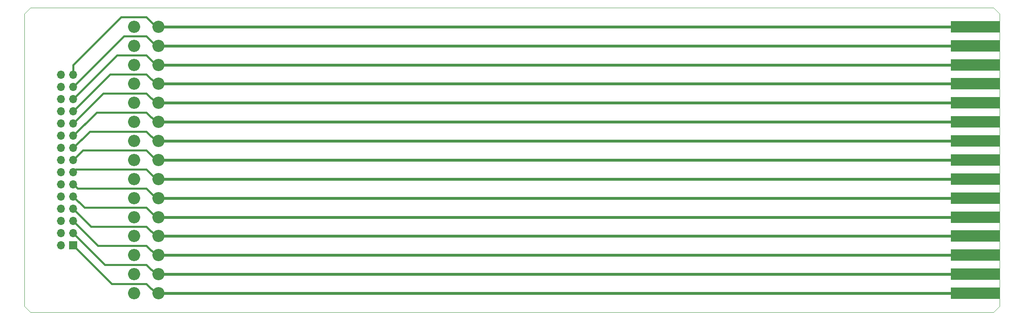
<source format=gbr>
%TF.GenerationSoftware,KiCad,Pcbnew,(5.1.9)-1*%
%TF.CreationDate,2021-03-18T23:59:30+01:00*%
%TF.ProjectId,extensioncard,65787465-6e73-4696-9f6e-636172642e6b,rev?*%
%TF.SameCoordinates,Original*%
%TF.FileFunction,Copper,L2,Bot*%
%TF.FilePolarity,Positive*%
%FSLAX46Y46*%
G04 Gerber Fmt 4.6, Leading zero omitted, Abs format (unit mm)*
G04 Created by KiCad (PCBNEW (5.1.9)-1) date 2021-03-18 23:59:30*
%MOMM*%
%LPD*%
G01*
G04 APERTURE LIST*
%TA.AperFunction,Profile*%
%ADD10C,0.050000*%
%TD*%
%TA.AperFunction,ConnectorPad*%
%ADD11R,10.160000X2.381250*%
%TD*%
%TA.AperFunction,ComponentPad*%
%ADD12O,2.540000X2.540000*%
%TD*%
%TA.AperFunction,ComponentPad*%
%ADD13O,1.700000X1.700000*%
%TD*%
%TA.AperFunction,ComponentPad*%
%ADD14R,1.700000X1.700000*%
%TD*%
%TA.AperFunction,Conductor*%
%ADD15C,0.609600*%
%TD*%
%TA.AperFunction,Conductor*%
%ADD16C,0.406400*%
%TD*%
G04 APERTURE END LIST*
D10*
X241300000Y-71120000D02*
X241300000Y-132080000D01*
X240030000Y-69850000D02*
X241300000Y-71120000D01*
X39370000Y-69850000D02*
X240030000Y-69850000D01*
X38100000Y-71120000D02*
X39370000Y-69850000D01*
X38100000Y-132080000D02*
X38100000Y-71120000D01*
X39370000Y-133350000D02*
X38100000Y-132080000D01*
X240030000Y-133350000D02*
X39370000Y-133350000D01*
X241300000Y-132080000D02*
X240030000Y-133350000D01*
D11*
%TO.P,J1,13*%
%TO.N,/PIN13*%
X236220000Y-121443750D03*
%TO.P,J1,12*%
%TO.N,/PIN12*%
X236220000Y-117475000D03*
%TO.P,J1,11*%
%TO.N,/PIN11*%
X236220000Y-113506250D03*
%TO.P,J1,10*%
%TO.N,/PIN10*%
X236220000Y-109537500D03*
%TO.P,J1,9*%
%TO.N,/PIN9*%
X236220000Y-105568750D03*
%TO.P,J1,8*%
%TO.N,/PIN8*%
X236220000Y-101600000D03*
%TO.P,J1,7*%
%TO.N,/PIN7*%
X236220000Y-97631250D03*
%TO.P,J1,6*%
%TO.N,/PIN6*%
X236220000Y-93662500D03*
%TO.P,J1,5*%
%TO.N,/PIN5*%
X236220000Y-89693750D03*
%TO.P,J1,4*%
%TO.N,/PIN4*%
X236220000Y-85725000D03*
%TO.P,J1,3*%
%TO.N,/PIN3*%
X236220000Y-81756250D03*
%TO.P,J1,2*%
%TO.N,/PIN2*%
X236220000Y-77787500D03*
%TO.P,J1,1*%
%TO.N,/PIN1*%
X236220000Y-73818750D03*
%TO.P,J1,14*%
%TO.N,/PIN14*%
X236220000Y-125412500D03*
%TO.P,J1,15*%
%TO.N,/PIN15*%
X236220000Y-129381250D03*
%TD*%
D12*
%TO.P,J2,S*%
%TO.N,/PINS*%
X60960000Y-129381250D03*
%TO.P,J2,R*%
%TO.N,/PINR*%
X60960000Y-125412500D03*
%TO.P,J2,P*%
%TO.N,/PINP*%
X60960000Y-121443750D03*
%TO.P,J2,N*%
%TO.N,/PINN*%
X60960000Y-117475000D03*
%TO.P,J2,M*%
%TO.N,/PINM*%
X60960000Y-113506250D03*
%TO.P,J2,L*%
%TO.N,/PINL*%
X60960000Y-109537500D03*
%TO.P,J2,K*%
%TO.N,/PINK*%
X60960000Y-105568750D03*
%TO.P,J2,J*%
%TO.N,/PINJ*%
X60960000Y-101600000D03*
%TO.P,J2,H*%
%TO.N,/PINH*%
X60960000Y-97631250D03*
%TO.P,J2,F*%
%TO.N,/PINF*%
X60960000Y-93662500D03*
%TO.P,J2,E*%
%TO.N,/PINE*%
X60960000Y-89693750D03*
%TO.P,J2,D*%
%TO.N,/PIND*%
X60960000Y-85725000D03*
%TO.P,J2,C*%
%TO.N,/PINC*%
X60960000Y-81756250D03*
%TO.P,J2,B*%
%TO.N,/PINB*%
X60960000Y-77787500D03*
%TO.P,J2,A*%
%TO.N,/PINA*%
X60960000Y-73818750D03*
%TO.P,J2,15*%
%TO.N,/PIN15*%
X66040000Y-129381250D03*
%TO.P,J2,14*%
%TO.N,/PIN14*%
X66040000Y-125412500D03*
%TO.P,J2,13*%
%TO.N,/PIN13*%
X66040000Y-121443750D03*
%TO.P,J2,12*%
%TO.N,/PIN12*%
X66040000Y-117475000D03*
%TO.P,J2,11*%
%TO.N,/PIN11*%
X66040000Y-113506250D03*
%TO.P,J2,10*%
%TO.N,/PIN10*%
X66040000Y-109537500D03*
%TO.P,J2,9*%
%TO.N,/PIN9*%
X66040000Y-105568750D03*
%TO.P,J2,8*%
%TO.N,/PIN8*%
X66040000Y-101600000D03*
%TO.P,J2,7*%
%TO.N,/PIN7*%
X66040000Y-97631250D03*
%TO.P,J2,6*%
%TO.N,/PIN6*%
X66040000Y-93662500D03*
%TO.P,J2,5*%
%TO.N,/PIN5*%
X66040000Y-89693750D03*
%TO.P,J2,4*%
%TO.N,/PIN4*%
X66040000Y-85725000D03*
%TO.P,J2,3*%
%TO.N,/PIN3*%
X66040000Y-81756250D03*
%TO.P,J2,2*%
%TO.N,/PIN2*%
X66040000Y-77787500D03*
%TO.P,J2,1*%
%TO.N,/PIN1*%
X66040000Y-73818750D03*
%TD*%
D13*
%TO.P,J3,30*%
%TO.N,/PINA*%
X45720000Y-83820000D03*
%TO.P,J3,29*%
%TO.N,/PIN1*%
X48260000Y-83820000D03*
%TO.P,J3,28*%
%TO.N,/PINB*%
X45720000Y-86360000D03*
%TO.P,J3,27*%
%TO.N,/PIN2*%
X48260000Y-86360000D03*
%TO.P,J3,26*%
%TO.N,/PINC*%
X45720000Y-88900000D03*
%TO.P,J3,25*%
%TO.N,/PIN3*%
X48260000Y-88900000D03*
%TO.P,J3,24*%
%TO.N,/PIND*%
X45720000Y-91440000D03*
%TO.P,J3,23*%
%TO.N,/PIN4*%
X48260000Y-91440000D03*
%TO.P,J3,22*%
%TO.N,/PINE*%
X45720000Y-93980000D03*
%TO.P,J3,21*%
%TO.N,/PIN5*%
X48260000Y-93980000D03*
%TO.P,J3,20*%
%TO.N,/PINF*%
X45720000Y-96520000D03*
%TO.P,J3,19*%
%TO.N,/PIN6*%
X48260000Y-96520000D03*
%TO.P,J3,18*%
%TO.N,/PINH*%
X45720000Y-99060000D03*
%TO.P,J3,17*%
%TO.N,/PIN7*%
X48260000Y-99060000D03*
%TO.P,J3,16*%
%TO.N,/PINJ*%
X45720000Y-101600000D03*
%TO.P,J3,15*%
%TO.N,/PIN8*%
X48260000Y-101600000D03*
%TO.P,J3,14*%
%TO.N,/PINK*%
X45720000Y-104140000D03*
%TO.P,J3,13*%
%TO.N,/PIN9*%
X48260000Y-104140000D03*
%TO.P,J3,12*%
%TO.N,/PINL*%
X45720000Y-106680000D03*
%TO.P,J3,11*%
%TO.N,/PIN10*%
X48260000Y-106680000D03*
%TO.P,J3,10*%
%TO.N,/PINM*%
X45720000Y-109220000D03*
%TO.P,J3,9*%
%TO.N,/PIN11*%
X48260000Y-109220000D03*
%TO.P,J3,8*%
%TO.N,/PINN*%
X45720000Y-111760000D03*
%TO.P,J3,7*%
%TO.N,/PIN12*%
X48260000Y-111760000D03*
%TO.P,J3,6*%
%TO.N,/PINP*%
X45720000Y-114300000D03*
%TO.P,J3,5*%
%TO.N,/PIN13*%
X48260000Y-114300000D03*
%TO.P,J3,4*%
%TO.N,/PINR*%
X45720000Y-116840000D03*
%TO.P,J3,3*%
%TO.N,/PIN14*%
X48260000Y-116840000D03*
%TO.P,J3,2*%
%TO.N,/PINS*%
X45720000Y-119380000D03*
D14*
%TO.P,J3,1*%
%TO.N,/PIN15*%
X48260000Y-119380000D03*
%TD*%
D15*
%TO.N,/PIN15*%
X66040000Y-129381250D02*
X236220000Y-129381250D01*
D16*
X66040000Y-129381250D02*
X65484375Y-129381250D01*
X56276875Y-127396875D02*
X48260000Y-119380000D01*
X63500000Y-127396875D02*
X56276875Y-127396875D01*
X65484375Y-129381250D02*
X63500000Y-127396875D01*
D15*
%TO.N,/PIN14*%
X66040000Y-125412500D02*
X236220000Y-125412500D01*
D16*
X66040000Y-125412500D02*
X65484375Y-125412500D01*
X65484375Y-125412500D02*
X63500000Y-123428125D01*
X54848125Y-123428125D02*
X48260000Y-116840000D01*
X63500000Y-123428125D02*
X54848125Y-123428125D01*
D15*
%TO.N,/PIN1*%
X66040000Y-73818750D02*
X236220000Y-73818750D01*
D16*
X66040000Y-73818750D02*
X65484375Y-73818750D01*
X65484375Y-73818750D02*
X63500000Y-71834375D01*
X63500000Y-71834375D02*
X58181875Y-71834375D01*
X48260000Y-81756250D02*
X48260000Y-83820000D01*
X58181875Y-71834375D02*
X48260000Y-81756250D01*
D15*
%TO.N,/PIN2*%
X66040000Y-77787500D02*
X236220000Y-77787500D01*
D16*
X66040000Y-77787500D02*
X65484375Y-77787500D01*
X65484375Y-77787500D02*
X63500000Y-75803125D01*
X58816875Y-75803125D02*
X48260000Y-86360000D01*
X63500000Y-75803125D02*
X58816875Y-75803125D01*
D15*
%TO.N,/PIN3*%
X66040000Y-81756250D02*
X236220000Y-81756250D01*
D16*
X66040000Y-81756250D02*
X65484375Y-81756250D01*
X65484375Y-81756250D02*
X63500000Y-79771875D01*
X57388125Y-79771875D02*
X48260000Y-88900000D01*
X63500000Y-79771875D02*
X57388125Y-79771875D01*
D15*
%TO.N,/PIN4*%
X66040000Y-85725000D02*
X236220000Y-85725000D01*
D16*
X66040000Y-85725000D02*
X65484375Y-85725000D01*
X65484375Y-85725000D02*
X63500000Y-83740625D01*
X55959375Y-83740625D02*
X48260000Y-91440000D01*
X63500000Y-83740625D02*
X55959375Y-83740625D01*
D15*
%TO.N,/PIN5*%
X66040000Y-89693750D02*
X236220000Y-89693750D01*
D16*
X66040000Y-89693750D02*
X65484375Y-89693750D01*
X65484375Y-89693750D02*
X63500000Y-87709375D01*
X54530625Y-87709375D02*
X48260000Y-93980000D01*
X63500000Y-87709375D02*
X54530625Y-87709375D01*
D15*
%TO.N,/PIN6*%
X66040000Y-93662500D02*
X236220000Y-93662500D01*
D16*
X66040000Y-93662500D02*
X65484375Y-93662500D01*
X65484375Y-93662500D02*
X63500000Y-91678125D01*
X53101875Y-91678125D02*
X48260000Y-96520000D01*
X63500000Y-91678125D02*
X53101875Y-91678125D01*
D15*
%TO.N,/PIN7*%
X66040000Y-97631250D02*
X236220000Y-97631250D01*
D16*
X66040000Y-97631250D02*
X65484375Y-97631250D01*
X65484375Y-97631250D02*
X63500000Y-95646875D01*
X51673125Y-95646875D02*
X48260000Y-99060000D01*
X63500000Y-95646875D02*
X51673125Y-95646875D01*
D15*
%TO.N,/PIN8*%
X66040000Y-101600000D02*
X236220000Y-101600000D01*
D16*
X66040000Y-101600000D02*
X65484375Y-101600000D01*
X65484375Y-101600000D02*
X63500000Y-99615625D01*
X50244375Y-99615625D02*
X48260000Y-101600000D01*
X63500000Y-99615625D02*
X50244375Y-99615625D01*
D15*
%TO.N,/PIN9*%
X66040000Y-105568750D02*
X236220000Y-105568750D01*
D16*
X66040000Y-105568750D02*
X65484375Y-105568750D01*
X65484375Y-105568750D02*
X63500000Y-103584375D01*
X48815625Y-103584375D02*
X48260000Y-104140000D01*
X63500000Y-103584375D02*
X48815625Y-103584375D01*
D15*
%TO.N,/PIN10*%
X66040000Y-109537500D02*
X236220000Y-109537500D01*
D16*
X49133125Y-107553125D02*
X48260000Y-106680000D01*
X63500000Y-107553125D02*
X49133125Y-107553125D01*
X65484375Y-109537500D02*
X63500000Y-107553125D01*
X66040000Y-109537500D02*
X65484375Y-109537500D01*
D15*
%TO.N,/PIN11*%
X66040000Y-113506250D02*
X236220000Y-113506250D01*
D16*
X50561875Y-111521875D02*
X48260000Y-109220000D01*
X63500000Y-111521875D02*
X50561875Y-111521875D01*
X65484375Y-113506250D02*
X63500000Y-111521875D01*
X66040000Y-113506250D02*
X65484375Y-113506250D01*
D15*
%TO.N,/PIN12*%
X66040000Y-117475000D02*
X236220000Y-117475000D01*
D16*
X51990625Y-115490625D02*
X48260000Y-111760000D01*
X63500000Y-115490625D02*
X51990625Y-115490625D01*
X65484375Y-117475000D02*
X63500000Y-115490625D01*
X66040000Y-117475000D02*
X65484375Y-117475000D01*
D15*
%TO.N,/PIN13*%
X66040000Y-121443750D02*
X236220000Y-121443750D01*
D16*
X66040000Y-121443750D02*
X65484375Y-121443750D01*
X65484375Y-121443750D02*
X63500000Y-119459375D01*
X53419375Y-119459375D02*
X48260000Y-114300000D01*
X63500000Y-119459375D02*
X53419375Y-119459375D01*
%TD*%
M02*

</source>
